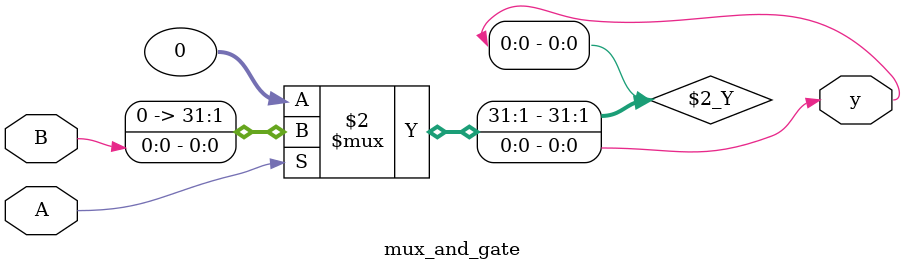
<source format=v>
`timescale 1ns / 1ps
module mux_and_gate(A,B,y);
input A,B;
output y;
assign y=A?B:0;

endmodule

</source>
